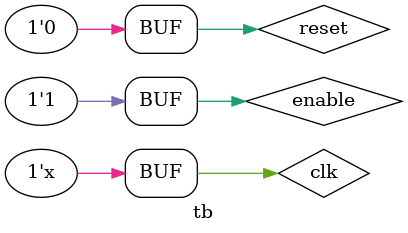
<source format=v>
module Processor(clk, reset, enable);
    input clk, reset, enable;
    
    wire [31:0] pcOut,PC, nextPC,nextPC1, instruction, PC_plus_4, branch_target, /*jump_target,*/ ALU_result, ALU_input2, mem_data, write_data;
    wire [31:0] read_data1, read_data2, sign_ext_imm, shifted_imm; 
    wire [27:0] shifted_jump;
    wire [4:0] write_reg;
    wire [2:0] alu_op;
    wire [1:0] reg_dst, mem_to_reg ;
    wire reg_write, mem_write, mem_read, pc_src ,jump, branch, zero,alu_src;

    // Program Counter
    REG32negclk ProgramCounter(PC, pcOut, clk, reset, enable);

    // Instruction Memory
    Instruction_Memory IM(PC, instruction);

    // Adder for PC + 4
    Adder32bit PCAdder(PC_plus_4, PC, 32'd4);

    // Control Unit
    ControlUnit CU(instruction[31:26], instruction[5:0],alu_op, reg_dst,mem_to_reg,alu_src, reg_write, mem_read,mem_write, branch, jump,pc_src);

    // Shift Left for Jump Address
    ShiftLeft26_by2 JumpShift(shifted_jump, instruction[25:0]);   

    // Mux for Write Register
    Mux_3_to_1_5bit WriteRegMux(write_reg, reg_dst,5'd31 , instruction[15:11],instruction[20:16] );

    // Register File
    RegFile RF(read_data1, read_data2, instruction[25:21], instruction[20:16],write_data, write_reg, reg_write, clk, reset);

    // Sign Extend
    SignExtend SE(sign_ext_imm, instruction[15:0]);
    
    // Mux for ALU input 2
    Mux_2_to_1_32bit ALUMux(ALU_input2, alu_src, sign_ext_imm, read_data2);

    // ALU
    ALU alu(alu_op, read_data1, ALU_input2,ALU_result );

    // Data Memory
    Data_Memory DM(mem_data, ALU_result, read_data2, mem_write, mem_read, clk);

    // Comparator for Branch
    Comparator32bit CMP(zero, read_data1, read_data2);
    wire aNd;
    assign aNd= branch && zero;

    ShiftLeft32_by2 SL2(shifted_imm, sign_ext_imm);

    // Adder for Branch Target
    Adder32bit BranchAdder(branch_target, PC_plus_4, sign_ext_imm/*Later shift Later*/);

    Mux_2_to_1_32bit PCBranchMux(nextPC, aNd, branch_target,PC_plus_4);
    Mux_2_to_1_32bit PCJumpMux(nextPC1, jump, {PC_plus_4[31:28], shifted_jump}, read_data1);
    Mux_2_to_1_32bit PCpick(pcOut,pc_src,nextPC1,nextPC);
    // Mux for Write Data
    Mux_3_to_1_32bit WriteDataMux(write_data, mem_to_reg,PC_plus_4 , mem_data,ALU_result);
endmodule
module Adder32bit(out, a, b);
    input [31:0] a, b;
    output [31:0] out;
    assign out = a + b;
endmodule
module SignExtend(out, in);
    input [15:0] in;
    output [31:0] out;
    assign out = {{16{in[15]}}, in};
endmodule
module Comparator32bit(equal, a, b);
    input [31:0] a, b;
    output equal;
    assign equal = (a == b);
endmodule
module ShiftLeft26_by2(out, in);
    input [25:0] in;
    output [27:0] out;
    assign out = {in, 2'b00};
endmodule
module ShiftLeft32_by2(out, in);
    input [31:0] in;
    output [31:0] out;
    assign out = in << 2;
endmodule
module Mux_3_to_1_5bit(out, s, i2, i1, i0);
    input [4:0] i2, i1, i0;
    input [1:0] s;
    output [4:0] out;
    assign  out = (s == 2'b00) ? i0 : (s == 2'b01) ? i1 : i2;
endmodule
module Mux_3_to_1_32bit(out, s, i2, i1, i0);
    input [31:0] i2, i1, i0;
    input [1:0] s;
    output [31:0] out;
    assign  out = (s == 2'b00) ? i0 : (s == 2'b01) ? i1 : i2;
endmodule
module Mux_2_to_1_32bit(out, s, i1, i0);
    input [31:0] i1, i0;
    input s;
    output [31:0] out;
    assign  out = s ? i1 : i0;
endmodule

module tb;
    reg clk, reset, enable;

    Processor uut (.clk(clk), .reset(reset), .enable(enable));

    initial begin
        clk = 1;
        reset = 1;
        enable = 1;
        #50 reset = 0;
    end

    always #25 clk = ~clk;
endmodule
</source>
